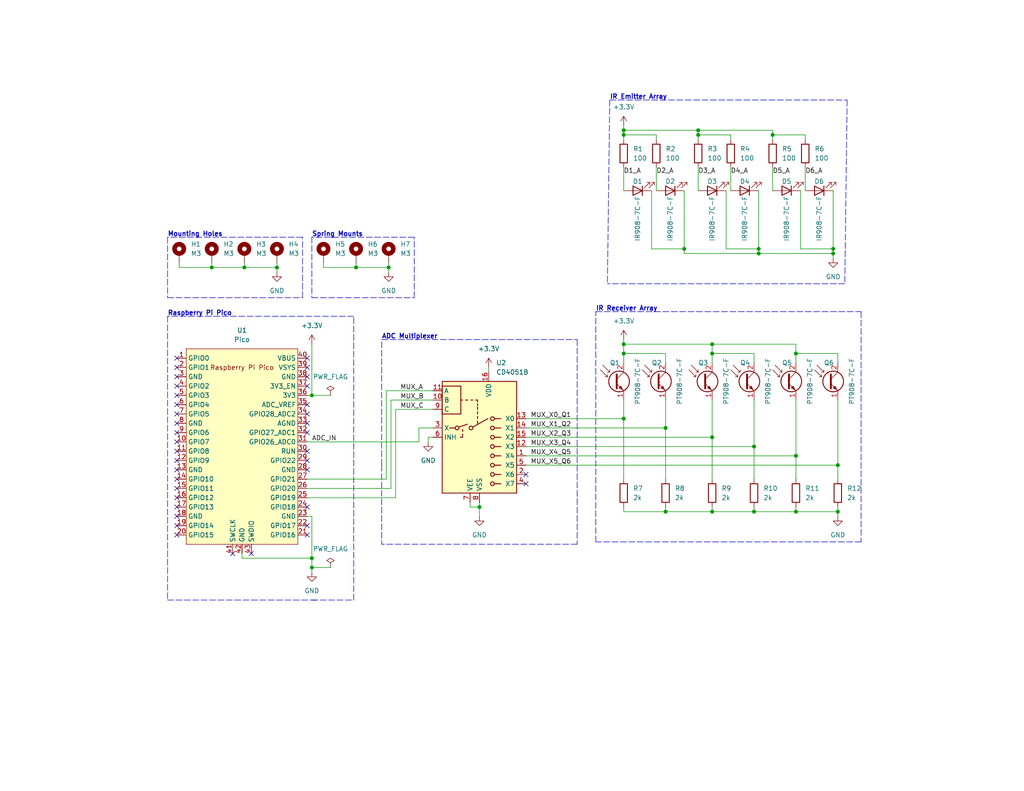
<source format=kicad_sch>
(kicad_sch (version 20211123) (generator eeschema)
  (paper "USLetter")
  (title_block (title "Sixnav Prototype Board") (date "2022-07-13") (rev "0.1") (company "Brian Lu"))
  (lib_symbols
    (symbol "Analog_Switch:CD4051B"
      (property "Reference" "U" (at -10.16 16.51 0))
      (property "Value" "CD4051B" (at 3.81 16.51 0))
      (symbol "CD4051B_0_1"
        (rectangle (start -10.16 6.35) (end -5.08 13.97) (stroke (width 0.254)))
        (rectangle (start -10.16 15.24) (end 10.16 -15.24) (stroke (width 0.254)) (fill (type background)))
        (circle (center -6.096 2.54) (radius 0.508) (stroke (width 0.254)))
        (circle (center -2.286 2.54) (radius 0.508) (stroke (width 0.254)))
        (polyline (pts (xy -8.128 2.54) (xy -6.604 2.54)) (stroke (width 0.254)))
        (polyline (pts (xy -5.588 2.794) (xy -3.302 3.556)) (stroke (width 0.254)))
        (polyline (pts (xy -4.572 0) (xy -5.207 0)) (stroke (width 0.254)))
        (polyline (pts (xy -4.572 0.254) (xy -4.572 0.889)) (stroke (width 0.254)))
        (polyline (pts (xy -4.572 1.524) (xy -4.572 2.159)) (stroke (width 0.254)))
        (polyline (pts (xy -4.572 10.16) (xy -5.08 10.16)) (stroke (width 0.254)))
        (polyline (pts (xy -3.81 10.16) (xy -3.175 10.16)) (stroke (width 0.254)))
        (polyline (pts (xy -1.778 2.794) (xy 2.286 5.08)) (stroke (width 0.254)))
        (polyline (pts (xy -1.778 10.16) (xy -2.286 10.16)) (stroke (width 0.254)))
        (polyline (pts (xy -0.508 3.81) (xy -0.508 4.445)) (stroke (width 0.254)))
        (polyline (pts (xy -0.508 5.08) (xy -0.508 5.715)) (stroke (width 0.254)))
        (polyline (pts (xy -0.508 6.35) (xy -0.508 6.985)) (stroke (width 0.254)))
        (polyline (pts (xy -0.508 7.62) (xy -0.508 8.255)) (stroke (width 0.254)))
        (polyline (pts (xy -0.508 8.636) (xy -0.508 9.144)) (stroke (width 0.254)))
        (polyline (pts (xy -0.508 9.652) (xy -0.508 10.16)) (stroke (width 0.254)))
        (polyline (pts (xy -0.508 10.16) (xy -1.016 10.16)) (stroke (width 0.254)))
        (polyline (pts (xy 4.064 -12.7) (xy 5.842 -12.7)) (stroke (width 0.254)))
        (polyline (pts (xy 4.064 -10.16) (xy 5.842 -10.16)) (stroke (width 0.254)))
        (polyline (pts (xy 4.064 -7.62) (xy 5.842 -7.62)) (stroke (width 0.254)))
        (polyline (pts (xy 4.064 -5.08) (xy 5.842 -5.08)) (stroke (width 0.254)))
        (polyline (pts (xy 4.064 -2.54) (xy 5.842 -2.54)) (stroke (width 0.254)))
        (polyline (pts (xy 4.064 0) (xy 5.842 0)) (stroke (width 0.254)))
        (polyline (pts (xy 4.064 2.54) (xy 5.842 2.54)) (stroke (width 0.254)))
        (polyline (pts (xy 4.064 5.08) (xy 5.842 5.08)) (stroke (width 0.254)))
        (circle (center 3.556 -12.7) (radius 0.508) (stroke (width 0.254)))
        (circle (center 3.556 -10.16) (radius 0.508) (stroke (width 0.254)))
        (circle (center 3.556 -7.62) (radius 0.508) (stroke (width 0.254)))
        (circle (center 3.556 -5.08) (radius 0.508) (stroke (width 0.254)))
        (circle (center 3.556 -2.54) (radius 0.508) (stroke (width 0.254)))
        (circle (center 3.556 0) (radius 0.508) (stroke (width 0.254)))
        (circle (center 3.556 2.54) (radius 0.508) (stroke (width 0.254)))
        (circle (center 3.556 5.08) (radius 0.508) (stroke (width 0.254)))
      )
      (symbol "CD4051B_1_1"
        (pin bidirectional line (at 12.7 -5.08 180) (length 2.54) (name "X4") (number "1"))
        (pin input line (at -12.7 10.16 0) (length 2.54) (name "B") (number "10"))
        (pin input line (at -12.7 12.7 0) (length 2.54) (name "A") (number "11"))
        (pin bidirectional line (at 12.7 -2.54 180) (length 2.54) (name "X3") (number "12"))
        (pin bidirectional line (at 12.7 5.08 180) (length 2.54) (name "X0") (number "13"))
        (pin bidirectional line (at 12.7 2.54 180) (length 2.54) (name "X1") (number "14"))
        (pin bidirectional line (at 12.7 0 180) (length 2.54) (name "X2") (number "15"))
        (pin power_in line (at 2.54 17.78 270) (length 2.54) (name "VDD") (number "16"))
        (pin bidirectional line (at 12.7 -10.16 180) (length 2.54) (name "X6") (number "2"))
        (pin bidirectional line (at -12.7 2.54 0) (length 2.54) (name "X") (number "3"))
        (pin bidirectional line (at 12.7 -12.7 180) (length 2.54) (name "X7") (number "4"))
        (pin bidirectional line (at 12.7 -7.62 180) (length 2.54) (name "X5") (number "5"))
        (pin input line (at -12.7 0 0) (length 2.54) (name "INH") (number "6"))
        (pin power_in line (at -2.54 -17.78 90) (length 2.54) (name "VEE") (number "7"))
        (pin power_in line (at 0 -17.78 90) (length 2.54) (name "VSS") (number "8"))
        (pin input line (at -12.7 7.62 0) (length 2.54) (name "C") (number "9"))
      )
    )
    (symbol "Device:LED" (pin_numbers hide) (pin_names (offset 1.016) hide)
      (property "Reference" "D" (at 0 2.54 0))
      (property "Value" "LED" (at 0 -2.54 0))
      (symbol "LED_0_1"
        (polyline (pts (xy -1.27 -1.27) (xy -1.27 1.27)) (stroke (width 0.254)))
        (polyline (pts (xy -1.27 0) (xy 1.27 0)))
        (polyline (pts (xy 1.27 -1.27) (xy 1.27 1.27) (xy -1.27 0) (xy 1.27 -1.27)) (stroke (width 0.254)))
        (polyline (pts (xy -3.048 -0.762) (xy -4.572 -2.286) (xy -3.81 -2.286) (xy -4.572 -2.286) (xy -4.572 -1.524)))
        (polyline (pts (xy -1.778 -0.762) (xy -3.302 -2.286) (xy -2.54 -2.286) (xy -3.302 -2.286) (xy -3.302 -1.524)))
      )
      (symbol "LED_1_1"
        (pin passive line (at -3.81 0 0) (length 2.54) (name "K") (number "1"))
        (pin passive line (at 3.81 0 180) (length 2.54) (name "A") (number "2"))
      )
    )
    (symbol "Device:Q_Photo_NPN_EC" (pin_names (offset 0) hide)
      (property "Reference" "Q" (at 5.08 1.27 0))
      (property "Value" "Q_Photo_NPN_EC" (at 5.08 -1.27 0))
      (symbol "Q_Photo_NPN_EC_0_1"
        (polyline (pts (xy -1.905 1.27) (xy -2.54 1.27)))
        (polyline (pts (xy -1.27 2.54) (xy -1.905 2.54)))
        (polyline (pts (xy 0.635 0.635) (xy 2.54 2.54)))
        (polyline (pts (xy -3.81 3.175) (xy -1.905 1.27) (xy -1.905 1.905)))
        (polyline (pts (xy -3.175 4.445) (xy -1.27 2.54) (xy -1.27 3.175)))
        (polyline (pts (xy 0.635 -0.635) (xy 2.54 -2.54) (xy 2.54 -2.54)))
        (polyline (pts (xy 0.635 1.905) (xy 0.635 -1.905) (xy 0.635 -1.905)) (stroke (width 0.508)))
        (polyline (pts (xy 1.27 -1.778) (xy 1.778 -1.27) (xy 2.286 -2.286) (xy 1.27 -1.778) (xy 1.27 -1.778)) (fill (type outline)))
        (circle (center 1.27 0) (radius 2.8194) (stroke (width 0.254)))
      )
      (symbol "Q_Photo_NPN_EC_1_1"
        (pin passive line (at 2.54 -5.08 90) (length 2.54) (name "E") (number "1"))
        (pin passive line (at 2.54 5.08 270) (length 2.54) (name "C") (number "2"))
      )
    )
    (symbol "Device:R" (pin_numbers hide) (pin_names (offset 0))
      (property "Reference" "R" (at 2.032 0 90))
      (property "Value" "R" (at 0 0 90))
      (symbol "R_0_1"
        (rectangle (start -1.016 -2.54) (end 1.016 2.54) (stroke (width 0.254)))
      )
      (symbol "R_1_1"
        (pin passive line (at 0 3.81 270) (length 1.27) (name "~") (number "1"))
        (pin passive line (at 0 -3.81 90) (length 1.27) (name "~") (number "2"))
      )
    )
    (symbol "MCU_RaspberryPi_and_Boards:Pico"
      (property "Reference" "U" (at -13.97 27.94 0))
      (property "Value" "Pico" (at 0 19.05 0))
      (symbol "Pico_0_0"
        (text "Raspberry Pi Pico" (at 0 21.59 0) (effects (font (size 1.27 1.27))))
      )
      (symbol "Pico_0_1"
        (rectangle (start -15.24 26.67) (end 15.24 -26.67) (fill (type background)))
      )
      (symbol "Pico_1_1"
        (pin bidirectional line (at -17.78 24.13 0) (length 2.54) (name "GPIO0") (number "1"))
        (pin bidirectional line (at -17.78 1.27 0) (length 2.54) (name "GPIO7") (number "10"))
        (pin bidirectional line (at -17.78 -1.27 0) (length 2.54) (name "GPIO8") (number "11"))
        (pin bidirectional line (at -17.78 -3.81 0) (length 2.54) (name "GPIO9") (number "12"))
        (pin power_in line (at -17.78 -6.35 0) (length 2.54) (name "GND") (number "13"))
        (pin bidirectional line (at -17.78 -8.89 0) (length 2.54) (name "GPIO10") (number "14"))
        (pin bidirectional line (at -17.78 -11.43 0) (length 2.54) (name "GPIO11") (number "15"))
        (pin bidirectional line (at -17.78 -13.97 0) (length 2.54) (name "GPIO12") (number "16"))
        (pin bidirectional line (at -17.78 -16.51 0) (length 2.54) (name "GPIO13") (number "17"))
        (pin power_in line (at -17.78 -19.05 0) (length 2.54) (name "GND") (number "18"))
        (pin bidirectional line (at -17.78 -21.59 0) (length 2.54) (name "GPIO14") (number "19"))
        (pin bidirectional line (at -17.78 21.59 0) (length 2.54) (name "GPIO1") (number "2"))
        (pin bidirectional line (at -17.78 -24.13 0) (length 2.54) (name "GPIO15") (number "20"))
        (pin bidirectional line (at 17.78 -24.13 180) (length 2.54) (name "GPIO16") (number "21"))
        (pin bidirectional line (at 17.78 -21.59 180) (length 2.54) (name "GPIO17") (number "22"))
        (pin power_in line (at 17.78 -19.05 180) (length 2.54) (name "GND") (number "23"))
        (pin bidirectional line (at 17.78 -16.51 180) (length 2.54) (name "GPIO18") (number "24"))
        (pin bidirectional line (at 17.78 -13.97 180) (length 2.54) (name "GPIO19") (number "25"))
        (pin bidirectional line (at 17.78 -11.43 180) (length 2.54) (name "GPIO20") (number "26"))
        (pin bidirectional line (at 17.78 -8.89 180) (length 2.54) (name "GPIO21") (number "27"))
        (pin power_in line (at 17.78 -6.35 180) (length 2.54) (name "GND") (number "28"))
        (pin bidirectional line (at 17.78 -3.81 180) (length 2.54) (name "GPIO22") (number "29"))
        (pin power_in line (at -17.78 19.05 0) (length 2.54) (name "GND") (number "3"))
        (pin input line (at 17.78 -1.27 180) (length 2.54) (name "RUN") (number "30"))
        (pin bidirectional line (at 17.78 1.27 180) (length 2.54) (name "GPIO26_ADC0") (number "31"))
        (pin bidirectional line (at 17.78 3.81 180) (length 2.54) (name "GPIO27_ADC1") (number "32"))
        (pin power_in line (at 17.78 6.35 180) (length 2.54) (name "AGND") (number "33"))
        (pin bidirectional line (at 17.78 8.89 180) (length 2.54) (name "GPIO28_ADC2") (number "34"))
        (pin power_in line (at 17.78 11.43 180) (length 2.54) (name "ADC_VREF") (number "35"))
        (pin power_in line (at 17.78 13.97 180) (length 2.54) (name "3V3") (number "36"))
        (pin input line (at 17.78 16.51 180) (length 2.54) (name "3V3_EN") (number "37"))
        (pin bidirectional line (at 17.78 19.05 180) (length 2.54) (name "GND") (number "38"))
        (pin power_in line (at 17.78 21.59 180) (length 2.54) (name "VSYS") (number "39"))
        (pin bidirectional line (at -17.78 16.51 0) (length 2.54) (name "GPIO2") (number "4"))
        (pin power_in line (at 17.78 24.13 180) (length 2.54) (name "VBUS") (number "40"))
        (pin input line (at -2.54 -29.21 90) (length 2.54) (name "SWCLK") (number "41"))
        (pin power_in line (at 0 -29.21 90) (length 2.54) (name "GND") (number "42"))
        (pin bidirectional line (at 2.54 -29.21 90) (length 2.54) (name "SWDIO") (number "43"))
        (pin bidirectional line (at -17.78 13.97 0) (length 2.54) (name "GPIO3") (number "5"))
        (pin bidirectional line (at -17.78 11.43 0) (length 2.54) (name "GPIO4") (number "6"))
        (pin bidirectional line (at -17.78 8.89 0) (length 2.54) (name "GPIO5") (number "7"))
        (pin power_in line (at -17.78 6.35 0) (length 2.54) (name "GND") (number "8"))
        (pin bidirectional line (at -17.78 3.81 0) (length 2.54) (name "GPIO6") (number "9"))
      )
    )
    (symbol "Mechanical:MountingHole_Pad" (pin_numbers hide) (pin_names (offset 1.016) hide)
      (property "Reference" "H" (at 0 6.35 0))
      (property "Value" "MountingHole_Pad" (at 0 4.445 0))
      (symbol "MountingHole_Pad_0_1"
        (circle (center 0 1.27) (radius 1.27) (stroke (width 1.27)))
      )
      (symbol "MountingHole_Pad_1_1"
        (pin input line (at 0 -2.54 90) (length 2.54) (name "1") (number "1"))
      )
    )
    (symbol "power:+3.3V" (power) (pin_names (offset 0))
      (property "Value" "+3.3V" (at 0 3.556 0))
      (symbol "+3.3V_0_1"
        (polyline (pts (xy -0.762 1.27) (xy 0 2.54)))
        (polyline (pts (xy 0 0) (xy 0 2.54)))
        (polyline (pts (xy 0 2.54) (xy 0.762 1.27)))
      )
      (symbol "+3.3V_1_1"
        (pin power_in line (at 0 0 90) (length 0) hide (name "+3.3V") (number "1"))
      )
    )
    (symbol "power:GND" (power) (pin_names (offset 0))
      (property "Value" "GND" (at 0 -3.81 0))
      (symbol "GND_0_1"
        (polyline (pts (xy 0 0) (xy 0 -1.27) (xy 1.27 -1.27) (xy 0 -2.54) (xy -1.27 -1.27) (xy 0 -1.27)))
      )
      (symbol "GND_1_1"
        (pin power_in line (at 0 0 270) (length 0) hide (name "GND") (number "1"))
      )
    )
    (symbol "power:PWR_FLAG" (power) (pin_numbers hide) (pin_names (offset 0) hide)
      (property "Value" "PWR_FLAG" (at 0 3.81 0))
      (symbol "PWR_FLAG_0_0"
        (pin power_out line (at 0 0 90) (length 0) (name "pwr") (number "1"))
      )
      (symbol "PWR_FLAG_0_1"
        (polyline (pts (xy 0 0) (xy 0 1.27) (xy -1.016 1.905) (xy 0 2.54) (xy 1.016 1.905) (xy 0 1.27)))
      )
    )
  )
  (junction (at 227.33 67.945))
  (junction (at 207.01 69.215))
  (junction (at 194.31 139.7))
  (junction (at 186.69 67.945))
  (junction (at 130.81 138.43))
  (junction (at 170.18 36.83))
  (junction (at 66.675 73.025))
  (junction (at 57.785 73.025))
  (junction (at 194.31 119.38))
  (junction (at 181.61 116.84))
  (junction (at 194.31 96.52))
  (junction (at 170.18 96.52))
  (junction (at 170.18 35.56))
  (junction (at 190.5 35.56))
  (junction (at 205.74 121.92))
  (junction (at 210.82 36.83))
  (junction (at 217.17 139.7))
  (junction (at 181.61 139.7))
  (junction (at 205.74 139.7))
  (junction (at 228.6 127))
  (junction (at 85.09 107.95))
  (junction (at 217.17 124.46))
  (junction (at 85.09 152.4))
  (junction (at 170.18 93.98))
  (junction (at 194.31 93.98))
  (junction (at 207.01 67.945))
  (junction (at 106.045 73.025))
  (junction (at 170.18 114.3))
  (junction (at 227.33 69.215))
  (junction (at 85.09 154.94))
  (junction (at 190.5 36.83))
  (junction (at 75.565 73.025))
  (junction (at 97.155 73.025))
  (junction (at 228.6 139.7))
  (junction (at 217.17 96.52))
  (no_connect (at 83.82 100.33))
  (no_connect (at 48.26 97.79))
  (no_connect (at 48.26 115.57))
  (no_connect (at 83.82 102.87))
  (no_connect (at 48.26 105.41))
  (no_connect (at 83.82 146.05))
  (no_connect (at 83.82 115.57))
  (no_connect (at 83.82 123.19))
  (no_connect (at 48.26 102.87))
  (no_connect (at 83.82 143.51))
  (no_connect (at 48.26 138.43))
  (no_connect (at 83.82 97.79))
  (no_connect (at 68.58 151.13))
  (no_connect (at 83.82 138.43))
  (no_connect (at 48.26 140.97))
  (no_connect (at 48.26 143.51))
  (no_connect (at 83.82 105.41))
  (no_connect (at 48.26 130.81))
  (no_connect (at 48.26 133.35))
  (no_connect (at 143.51 129.54))
  (no_connect (at 83.82 128.27))
  (no_connect (at 48.26 128.27))
  (no_connect (at 48.26 110.49))
  (no_connect (at 63.5 151.13))
  (no_connect (at 48.26 123.19))
  (no_connect (at 48.26 118.11))
  (no_connect (at 143.51 132.08))
  (no_connect (at 83.82 113.03))
  (no_connect (at 48.26 135.89))
  (no_connect (at 83.82 125.73))
  (no_connect (at 48.26 113.03))
  (no_connect (at 48.26 146.05))
  (no_connect (at 48.26 120.65))
  (no_connect (at 48.26 100.33))
  (no_connect (at 83.82 118.11))
  (no_connect (at 48.26 107.95))
  (no_connect (at 48.26 125.73))
  (no_connect (at 83.82 110.49))
  (wire (pts (xy 170.18 36.83) (xy 170.18 38.1)))
  (wire (pts (xy 114.3 120.65) (xy 83.82 120.65)))
  (wire (pts (xy 85.09 154.94) (xy 85.09 156.21)))
  (wire (pts (xy 130.81 138.43) (xy 130.81 140.97)))
  (polyline (pts (xy 45.72 81.28) (xy 82.55 81.28)))
  (wire (pts (xy 228.6 96.52) (xy 228.6 99.06)))
  (wire (pts (xy 199.39 36.83) (xy 199.39 38.1)))
  (wire (pts (xy 130.81 137.16) (xy 130.81 138.43)))
  (wire (pts (xy 210.82 36.83) (xy 219.71 36.83)))
  (wire (pts (xy 219.71 36.83) (xy 219.71 38.1)))
  (wire (pts (xy 227.33 52.07) (xy 227.33 67.945)))
  (wire (pts (xy 205.74 109.22) (xy 205.74 121.92)))
  (polyline (pts (xy 231.14 27.305) (xy 230.505 77.47)))
  (wire (pts (xy 198.12 52.07) (xy 198.12 67.945)))
  (wire (pts (xy 210.82 35.56) (xy 210.82 36.83)))
  (wire (pts (xy 217.17 96.52) (xy 217.17 93.98)))
  (wire (pts (xy 107.95 135.89) (xy 107.95 111.76)))
  (wire (pts (xy 207.01 69.215) (xy 227.33 69.215)))
  (wire (pts (xy 217.17 109.22) (xy 217.17 124.46)))
  (wire (pts (xy 179.07 36.83) (xy 179.07 38.1)))
  (wire (pts (xy 186.69 52.07) (xy 186.69 67.945)))
  (wire (pts (xy 88.265 71.755) (xy 88.265 73.025)))
  (polyline (pts (xy 234.95 85.09) (xy 234.95 147.955)))
  (wire (pts (xy 205.74 121.92) (xy 205.74 130.81)))
  (wire (pts (xy 170.18 96.52) (xy 170.18 99.06)))
  (wire (pts (xy 217.17 138.43) (xy 217.17 139.7)))
  (wire (pts (xy 106.68 109.22) (xy 118.11 109.22)))
  (wire (pts (xy 186.69 69.215) (xy 207.01 69.215)))
  (wire (pts (xy 205.74 96.52) (xy 205.74 99.06)))
  (wire (pts (xy 217.17 139.7) (xy 228.6 139.7)))
  (wire (pts (xy 194.31 96.52) (xy 194.31 99.06)))
  (wire (pts (xy 85.09 107.95) (xy 85.09 93.98)))
  (polyline (pts (xy 45.72 64.77) (xy 45.72 81.28)))
  (wire (pts (xy 227.33 69.215) (xy 227.33 70.485)))
  (wire (pts (xy 199.39 45.72) (xy 199.39 52.07)))
  (wire (pts (xy 75.565 73.025) (xy 75.565 74.295)))
  (wire (pts (xy 194.31 93.98) (xy 170.18 93.98)))
  (wire (pts (xy 128.27 137.16) (xy 128.27 138.43)))
  (wire (pts (xy 181.61 109.22) (xy 181.61 116.84)))
  (wire (pts (xy 85.09 140.97) (xy 85.09 152.4)))
  (wire (pts (xy 143.51 127) (xy 228.6 127)))
  (polyline (pts (xy 96.52 86.36) (xy 45.72 86.36)))
  (wire (pts (xy 143.51 121.92) (xy 205.74 121.92)))
  (wire (pts (xy 207.01 52.07) (xy 207.01 67.945)))
  (wire (pts (xy 66.04 152.4) (xy 85.09 152.4)))
  (wire (pts (xy 181.61 139.7) (xy 194.31 139.7)))
  (wire (pts (xy 143.51 116.84) (xy 181.61 116.84)))
  (wire (pts (xy 143.51 114.3) (xy 170.18 114.3)))
  (wire (pts (xy 217.17 93.98) (xy 194.31 93.98)))
  (wire (pts (xy 170.18 35.56) (xy 170.18 36.83)))
  (wire (pts (xy 118.11 116.84) (xy 114.3 116.84)))
  (wire (pts (xy 83.82 133.35) (xy 106.68 133.35)))
  (wire (pts (xy 181.61 96.52) (xy 181.61 99.06)))
  (wire (pts (xy 170.18 36.83) (xy 179.07 36.83)))
  (wire (pts (xy 186.69 67.945) (xy 186.69 69.215)))
  (wire (pts (xy 143.51 119.38) (xy 194.31 119.38)))
  (wire (pts (xy 181.61 116.84) (xy 181.61 130.81)))
  (polyline (pts (xy 82.55 64.77) (xy 45.72 64.77)))
  (wire (pts (xy 83.82 130.81) (xy 105.41 130.81)))
  (polyline (pts (xy 104.14 127) (xy 104.14 92.71)))
  (wire (pts (xy 114.3 116.84) (xy 114.3 120.65)))
  (wire (pts (xy 66.675 73.025) (xy 75.565 73.025)))
  (wire (pts (xy 194.31 138.43) (xy 194.31 139.7)))
  (polyline (pts (xy 166.37 27.305) (xy 165.735 77.47)))
  (polyline (pts (xy 85.09 81.28) (xy 113.03 81.28)))
  (wire (pts (xy 194.31 93.98) (xy 194.31 96.52)))
  (wire (pts (xy 194.31 119.38) (xy 194.31 130.81)))
  (wire (pts (xy 75.565 71.755) (xy 75.565 73.025)))
  (wire (pts (xy 228.6 139.7) (xy 228.6 140.97)))
  (wire (pts (xy 106.045 71.755) (xy 106.045 73.025)))
  (wire (pts (xy 48.895 73.025) (xy 57.785 73.025)))
  (wire (pts (xy 181.61 138.43) (xy 181.61 139.7)))
  (wire (pts (xy 143.51 124.46) (xy 217.17 124.46)))
  (wire (pts (xy 170.18 34.29) (xy 170.18 35.56)))
  (wire (pts (xy 190.5 35.56) (xy 210.82 35.56)))
  (wire (pts (xy 190.5 36.83) (xy 190.5 38.1)))
  (polyline (pts (xy 230.505 77.47) (xy 165.735 77.47)))
  (wire (pts (xy 228.6 109.22) (xy 228.6 127)))
  (wire (pts (xy 66.675 71.755) (xy 66.675 73.025)))
  (wire (pts (xy 170.18 93.98) (xy 170.18 96.52)))
  (wire (pts (xy 170.18 35.56) (xy 190.5 35.56)))
  (wire (pts (xy 48.895 71.755) (xy 48.895 73.025)))
  (polyline (pts (xy 234.95 147.955) (xy 162.56 147.955)))
  (polyline (pts (xy 162.56 147.955) (xy 162.56 85.09)))
  (wire (pts (xy 218.44 52.07) (xy 218.44 67.945)))
  (wire (pts (xy 217.17 99.06) (xy 217.17 96.52)))
  (wire (pts (xy 219.71 45.72) (xy 219.71 52.07)))
  (polyline (pts (xy 113.03 81.28) (xy 113.03 64.77)))
  (wire (pts (xy 83.82 140.97) (xy 85.09 140.97)))
  (polyline (pts (xy 96.52 163.83) (xy 96.52 86.36)))
  (polyline (pts (xy 85.09 163.83) (xy 96.52 163.83)))
  (wire (pts (xy 190.5 45.72) (xy 190.5 52.07)))
  (wire (pts (xy 85.09 154.94) (xy 90.17 154.94)))
  (wire (pts (xy 97.155 71.755) (xy 97.155 73.025)))
  (wire (pts (xy 170.18 45.72) (xy 170.18 52.07)))
  (wire (pts (xy 170.18 114.3) (xy 170.18 130.81)))
  (polyline (pts (xy 157.48 148.59) (xy 104.14 148.59)))
  (wire (pts (xy 227.33 67.945) (xy 227.33 69.215)))
  (polyline (pts (xy 162.56 85.09) (xy 234.95 85.09)))
  (wire (pts (xy 105.41 130.81) (xy 105.41 106.68)))
  (wire (pts (xy 105.41 106.68) (xy 118.11 106.68)))
  (wire (pts (xy 107.95 111.76) (xy 118.11 111.76)))
  (wire (pts (xy 170.18 138.43) (xy 170.18 139.7)))
  (wire (pts (xy 133.35 100.33) (xy 133.35 101.6)))
  (polyline (pts (xy 157.48 92.71) (xy 157.48 148.59)))
  (wire (pts (xy 207.01 67.945) (xy 207.01 69.215)))
  (wire (pts (xy 177.8 67.945) (xy 186.69 67.945)))
  (wire (pts (xy 228.6 127) (xy 228.6 130.81)))
  (wire (pts (xy 210.82 36.83) (xy 210.82 38.1)))
  (wire (pts (xy 205.74 138.43) (xy 205.74 139.7)))
  (wire (pts (xy 128.27 138.43) (xy 130.81 138.43)))
  (wire (pts (xy 177.8 52.07) (xy 177.8 67.945)))
  (wire (pts (xy 170.18 109.22) (xy 170.18 114.3)))
  (polyline (pts (xy 104.14 127) (xy 104.14 148.59)))
  (wire (pts (xy 198.12 67.945) (xy 207.01 67.945)))
  (wire (pts (xy 57.785 71.755) (xy 57.785 73.025)))
  (wire (pts (xy 170.18 139.7) (xy 181.61 139.7)))
  (wire (pts (xy 83.82 135.89) (xy 107.95 135.89)))
  (wire (pts (xy 194.31 139.7) (xy 205.74 139.7)))
  (wire (pts (xy 190.5 36.83) (xy 199.39 36.83)))
  (wire (pts (xy 190.5 35.56) (xy 190.5 36.83)))
  (wire (pts (xy 85.09 107.95) (xy 90.17 107.95)))
  (wire (pts (xy 106.045 73.025) (xy 106.045 74.295)))
  (wire (pts (xy 57.785 73.025) (xy 66.675 73.025)))
  (wire (pts (xy 85.09 152.4) (xy 85.09 154.94)))
  (wire (pts (xy 97.155 73.025) (xy 106.045 73.025)))
  (wire (pts (xy 66.04 151.13) (xy 66.04 152.4)))
  (polyline (pts (xy 45.72 163.83) (xy 86.36 163.83)))
  (wire (pts (xy 170.18 93.98) (xy 170.18 92.71)))
  (wire (pts (xy 217.17 124.46) (xy 217.17 130.81)))
  (wire (pts (xy 106.68 133.35) (xy 106.68 109.22)))
  (polyline (pts (xy 45.72 86.36) (xy 45.72 163.83)))
  (wire (pts (xy 218.44 67.945) (xy 227.33 67.945)))
  (polyline (pts (xy 104.14 92.71) (xy 157.48 92.71)))
  (polyline (pts (xy 113.03 64.77) (xy 85.09 64.77)))
  (wire (pts (xy 217.17 96.52) (xy 228.6 96.52)))
  (wire (pts (xy 228.6 138.43) (xy 228.6 139.7)))
  (wire (pts (xy 210.82 45.72) (xy 210.82 52.07)))
  (wire (pts (xy 179.07 45.72) (xy 179.07 52.07)))
  (wire (pts (xy 194.31 96.52) (xy 205.74 96.52)))
  (polyline (pts (xy 85.09 64.77) (xy 85.09 81.28)))
  (wire (pts (xy 118.11 119.38) (xy 116.84 119.38)))
  (wire (pts (xy 194.31 109.22) (xy 194.31 119.38)))
  (wire (pts (xy 88.265 73.025) (xy 97.155 73.025)))
  (wire (pts (xy 116.84 119.38) (xy 116.84 120.65)))
  (polyline (pts (xy 82.55 81.28) (xy 82.55 64.77)))
  (polyline (pts (xy 166.37 27.305) (xy 231.14 27.305)))
  (wire (pts (xy 170.18 96.52) (xy 181.61 96.52)))
  (wire (pts (xy 83.82 107.95) (xy 85.09 107.95)))
  (wire (pts (xy 205.74 139.7) (xy 217.17 139.7)))
  (text "Mounting Holes" (at 45.72 64.77 0) (effects (font (size 1.27 1.27) (thickness 0.254) bold) (justify left bottom)))
  (text "ADC Multiplexer" (at 104.14 92.71 0) (effects (font (size 1.27 1.27) (thickness 0.254) bold) (justify left bottom)))
  (text "IR Emitter Array" (at 166.37 27.305 0) (effects (font (size 1.27 1.27) (thickness 0.254) bold) (justify left bottom)))
  (text "Raspberry Pi Pico" (at 45.72 86.36 0) (effects (font (size 1.27 1.27) (thickness 0.254) bold) (justify left bottom)))
  (text "Spring Mounts" (at 85.09 64.77 0) (effects (font (size 1.27 1.27) (thickness 0.254) bold) (justify left bottom)))
  (text "IR Receiver Array" (at 162.56 85.09 0) (effects (font (size 1.27 1.27) (thickness 0.254) bold) (justify left bottom)))
  (label "D3_A" (at 190.5 47.625 0))
  (label "MUX_A" (at 109.22 106.68 0))
  (label "D2_A" (at 179.07 47.625 0))
  (label "D5_A" (at 210.82 47.625 0))
  (label "ADC_IN" (at 85.09 120.65 0))
  (label "MUX_X3_Q4" (at 144.78 121.92 0))
  (label "MUX_X0_Q1" (at 144.78 114.3 0))
  (label "MUX_X1_Q2" (at 144.78 116.84 0))
  (label "MUX_X2_Q3" (at 144.78 119.38 0))
  (label "MUX_X4_Q5" (at 144.78 124.46 0))
  (label "MUX_B" (at 109.22 109.22 0))
  (label "D6_A" (at 219.71 47.625 0))
  (label "MUX_C" (at 109.22 111.76 0))
  (label "D4_A" (at 199.39 47.625 0))
  (label "D1_A" (at 170.18 47.625 0))
  (label "MUX_X5_Q6" (at 144.78 127 0))
  (symbol (lib_id "power:GND") (at 130.81 140.97 0) (unit 1)
    (property "Reference" "#PWR04" (effects hide))
    (property "Value" "GND" (at 130.81 146.05 0))
  )
  (symbol (lib_id "Device:Q_Photo_NPN_EC") (at 203.2 104.14 0) (unit 1)
    (property "Reference" "Q4" (at 201.93 99.06 0) (effects (justify left)))
    (property "Value" "PT908-7C-F" (at 209.55 110.49 90) (effects (justify left)))
    (property "Footprint" "SamacSys_Parts:IR9087CF" (effects hide))
  )
  (symbol (lib_id "Device:LED") (at 173.99 52.07 180) (unit 1)
    (property "Reference" "D1" (at 173.99 49.53 0))
    (property "Value" "IR908-7C-F" (at 173.99 59.69 90))
    (property "Footprint" "SamacSys_Parts:IR9087CF" (effects hide))
  )
  (symbol (lib_id "Device:R") (at 179.07 41.91 0) (unit 1)
    (property "Reference" "R2" (at 181.61 40.6399 0) (effects (justify left)))
    (property "Value" "100" (at 181.61 43.1799 0) (effects (justify left)))
    (property "Footprint" "Resistor_THT:R_Axial_DIN0204_L3.6mm_D1.6mm_P5.08mm_Horizontal" (effects hide))
  )
  (symbol (lib_id "Device:LED") (at 223.52 52.07 180) (unit 1)
    (property "Reference" "D6" (at 223.52 49.53 0))
    (property "Value" "IR908-7C-F" (at 223.52 59.69 90))
    (property "Footprint" "SamacSys_Parts:IR9087CF" (effects hide))
  )
  (symbol (lib_id "Device:R") (at 190.5 41.91 0) (unit 1)
    (property "Reference" "R3" (at 193.04 40.6399 0) (effects (justify left)))
    (property "Value" "100" (at 193.04 43.1799 0) (effects (justify left)))
    (property "Footprint" "Resistor_THT:R_Axial_DIN0204_L3.6mm_D1.6mm_P5.08mm_Horizontal" (effects hide))
  )
  (symbol (lib_id "Mechanical:MountingHole_Pad") (at 97.155 69.215 0) (unit 1)
    (property "Reference" "H6" (at 100.33 66.6749 0) (effects (justify left)))
    (property "Value" "M3" (at 100.33 69.215 0) (effects (justify left)))
    (property "Footprint" "MountingHole:MountingHole_3.2mm_M3_DIN965_Pad" (effects hide))
  )
  (symbol (lib_id "Device:LED") (at 194.31 52.07 180) (unit 1)
    (property "Reference" "D3" (at 194.31 49.53 0))
    (property "Value" "IR908-7C-F" (at 194.31 59.69 90))
    (property "Footprint" "SamacSys_Parts:IR9087CF" (effects hide))
  )
  (symbol (lib_id "Device:Q_Photo_NPN_EC") (at 226.06 104.14 0) (unit 1)
    (property "Reference" "Q6" (at 224.79 99.06 0) (effects (justify left)))
    (property "Value" "PT908-7C-F" (at 232.41 110.49 90) (effects (justify left)))
    (property "Footprint" "SamacSys_Parts:IR9087CF" (effects hide))
  )
  (symbol (lib_id "Device:R") (at 199.39 41.91 0) (unit 1)
    (property "Reference" "R4" (at 201.93 40.6399 0) (effects (justify left)))
    (property "Value" "100" (at 201.93 43.1799 0) (effects (justify left)))
    (property "Footprint" "Resistor_THT:R_Axial_DIN0204_L3.6mm_D1.6mm_P5.08mm_Horizontal" (effects hide))
  )
  (symbol (lib_id "Mechanical:MountingHole_Pad") (at 48.895 69.215 0) (unit 1)
    (property "Reference" "H1" (at 52.07 66.6749 0) (effects (justify left)))
    (property "Value" "M3" (at 52.07 69.215 0) (effects (justify left)))
    (property "Footprint" "MountingHole:MountingHole_3.2mm_M3_DIN965_Pad" (effects hide))
  )
  (symbol (lib_id "Analog_Switch:CD4051B") (at 130.81 119.38 0) (unit 1)
    (property "Reference" "U2" (at 135.3694 99.06 0) (effects (justify left)))
    (property "Value" "CD4051B" (at 135.3694 101.6 0) (effects (justify left)))
    (property "Footprint" "Package_DIP:DIP-16_W7.62mm" (effects hide))
    (property "Datasheet" "http://www.ti.com/lit/ds/symlink/cd4052b.pdf" (effects hide))
  )
  (symbol (lib_id "power:GND") (at 85.09 156.21 0) (unit 1)
    (property "Reference" "#PWR02" (effects hide))
    (property "Value" "GND" (at 85.09 161.29 0))
  )
  (symbol (lib_id "Mechanical:MountingHole_Pad") (at 66.675 69.215 0) (unit 1)
    (property "Reference" "H3" (at 69.85 66.6749 0) (effects (justify left)))
    (property "Value" "M3" (at 69.85 69.215 0) (effects (justify left)))
    (property "Footprint" "MountingHole:MountingHole_3.2mm_M3_DIN965_Pad" (effects hide))
  )
  (symbol (lib_id "power:+3.3V") (at 170.18 92.71 0) (unit 1)
    (property "Reference" "#PWR07" (effects hide))
    (property "Value" "+3.3V" (at 170.18 87.63 0))
  )
  (symbol (lib_id "Device:R") (at 181.61 134.62 0) (unit 1)
    (property "Reference" "R8" (at 184.15 133.3499 0) (effects (justify left)))
    (property "Value" "2k" (at 184.15 135.8899 0) (effects (justify left)))
    (property "Footprint" "Resistor_THT:R_Axial_DIN0204_L3.6mm_D1.6mm_P5.08mm_Horizontal" (effects hide))
  )
  (symbol (lib_id "power:GND") (at 106.045 74.295 0) (unit 1)
    (property "Reference" "#PWR0102" (effects hide))
    (property "Value" "GND" (at 106.045 79.375 0))
  )
  (symbol (lib_id "Mechanical:MountingHole_Pad") (at 88.265 69.215 0) (unit 1)
    (property "Reference" "H5" (at 91.44 66.6749 0) (effects (justify left)))
    (property "Value" "M3" (at 91.44 69.215 0) (effects (justify left)))
    (property "Footprint" "MountingHole:MountingHole_3.2mm_M3_DIN965_Pad" (effects hide))
  )
  (symbol (lib_id "Device:R") (at 228.6 134.62 0) (unit 1)
    (property "Reference" "R12" (at 231.14 133.3499 0) (effects (justify left)))
    (property "Value" "2k" (at 231.14 135.8899 0) (effects (justify left)))
    (property "Footprint" "Resistor_THT:R_Axial_DIN0204_L3.6mm_D1.6mm_P5.08mm_Horizontal" (effects hide))
  )
  (symbol (lib_id "Mechanical:MountingHole_Pad") (at 75.565 69.215 0) (unit 1)
    (property "Reference" "H4" (at 78.74 66.6749 0) (effects (justify left)))
    (property "Value" "M3" (at 78.74 69.215 0) (effects (justify left)))
    (property "Footprint" "MountingHole:MountingHole_3.2mm_M3_DIN965_Pad" (effects hide))
  )
  (symbol (lib_id "Device:R") (at 170.18 134.62 0) (unit 1)
    (property "Reference" "R7" (at 172.72 133.3499 0) (effects (justify left)))
    (property "Value" "2k" (at 172.72 135.8899 0) (effects (justify left)))
    (property "Footprint" "Resistor_THT:R_Axial_DIN0204_L3.6mm_D1.6mm_P5.08mm_Horizontal" (effects hide))
  )
  (symbol (lib_id "MCU_RaspberryPi_and_Boards:Pico") (at 66.04 121.92 0) (unit 1)
    (property "Reference" "U1" (at 66.04 90.17 0))
    (property "Value" "Pico" (at 66.04 92.71 0))
    (property "Footprint" "MCU_RaspberryPi_and_Boards:RPi_Pico_SMD_TH" (effects hide))
  )
  (symbol (lib_id "Device:Q_Photo_NPN_EC") (at 214.63 104.14 0) (unit 1)
    (property "Reference" "Q5" (at 213.36 99.06 0) (effects (justify left)))
    (property "Value" "PT908-7C-F" (at 220.98 110.49 90) (effects (justify left)))
    (property "Footprint" "SamacSys_Parts:IR9087CF" (effects hide))
  )
  (symbol (lib_id "Device:R") (at 219.71 41.91 0) (unit 1)
    (property "Reference" "R6" (at 222.25 40.6399 0) (effects (justify left)))
    (property "Value" "100" (at 222.25 43.1799 0) (effects (justify left)))
    (property "Footprint" "Resistor_THT:R_Axial_DIN0204_L3.6mm_D1.6mm_P5.08mm_Horizontal" (effects hide))
  )
  (symbol (lib_id "power:+3.3V") (at 133.35 100.33 0) (unit 1)
    (property "Reference" "#PWR05" (effects hide))
    (property "Value" "+3.3V" (at 133.35 95.25 0))
  )
  (symbol (lib_id "Device:R") (at 170.18 41.91 0) (unit 1)
    (property "Reference" "R1" (at 172.72 40.6399 0) (effects (justify left)))
    (property "Value" "100" (at 172.72 43.1799 0) (effects (justify left)))
    (property "Footprint" "Resistor_THT:R_Axial_DIN0204_L3.6mm_D1.6mm_P5.08mm_Horizontal" (effects hide))
  )
  (symbol (lib_id "Device:R") (at 217.17 134.62 0) (unit 1)
    (property "Reference" "R11" (at 219.71 133.3499 0) (effects (justify left)))
    (property "Value" "2k" (at 219.71 135.8899 0) (effects (justify left)))
    (property "Footprint" "Resistor_THT:R_Axial_DIN0204_L3.6mm_D1.6mm_P5.08mm_Horizontal" (effects hide))
  )
  (symbol (lib_id "Device:R") (at 194.31 134.62 0) (unit 1)
    (property "Reference" "R9" (at 196.85 133.3499 0) (effects (justify left)))
    (property "Value" "2k" (at 196.85 135.8899 0) (effects (justify left)))
    (property "Footprint" "Resistor_THT:R_Axial_DIN0204_L3.6mm_D1.6mm_P5.08mm_Horizontal" (effects hide))
  )
  (symbol (lib_id "Device:LED") (at 182.88 52.07 180) (unit 1)
    (property "Reference" "D2" (at 182.88 49.53 0))
    (property "Value" "IR908-7C-F" (at 182.88 59.69 90))
    (property "Footprint" "SamacSys_Parts:IR9087CF" (effects hide))
  )
  (symbol (lib_id "Mechanical:MountingHole_Pad") (at 57.785 69.215 0) (unit 1)
    (property "Reference" "H2" (at 60.96 66.6749 0) (effects (justify left)))
    (property "Value" "M3" (at 60.96 69.215 0) (effects (justify left)))
    (property "Footprint" "MountingHole:MountingHole_3.2mm_M3_DIN965_Pad" (effects hide))
  )
  (symbol (lib_id "power:+3.3V") (at 85.09 93.98 0) (unit 1)
    (property "Reference" "#PWR01" (effects hide))
    (property "Value" "+3.3V" (at 85.09 88.9 0))
  )
  (symbol (lib_id "Device:Q_Photo_NPN_EC") (at 179.07 104.14 0) (unit 1)
    (property "Reference" "Q2" (at 177.8 99.06 0) (effects (justify left)))
    (property "Value" "PT908-7C-F" (at 185.42 110.49 90) (effects (justify left)))
    (property "Footprint" "SamacSys_Parts:IR9087CF" (effects hide))
  )
  (symbol (lib_id "Device:LED") (at 214.63 52.07 180) (unit 1)
    (property "Reference" "D5" (at 214.63 49.53 0))
    (property "Value" "IR908-7C-F" (at 214.63 59.69 90))
    (property "Footprint" "SamacSys_Parts:IR9087CF" (effects hide))
  )
  (symbol (lib_id "power:+3.3V") (at 170.18 34.29 0) (unit 1)
    (property "Reference" "#PWR06" (effects hide))
    (property "Value" "+3.3V" (at 170.18 29.21 0))
  )
  (symbol (lib_id "power:GND") (at 116.84 120.65 0) (unit 1)
    (property "Reference" "#PWR03" (effects hide))
    (property "Value" "GND" (at 116.84 125.73 0))
  )
  (symbol (lib_id "Device:R") (at 205.74 134.62 0) (unit 1)
    (property "Reference" "R10" (at 208.28 133.3499 0) (effects (justify left)))
    (property "Value" "2k" (at 208.28 135.8899 0) (effects (justify left)))
    (property "Footprint" "Resistor_THT:R_Axial_DIN0204_L3.6mm_D1.6mm_P5.08mm_Horizontal" (effects hide))
  )
  (symbol (lib_id "power:PWR_FLAG") (at 90.17 107.95 0) (unit 1)
    (property "Reference" "#FLG0101" (effects hide))
    (property "Value" "PWR_FLAG" (at 90.17 102.87 0))
  )
  (symbol (lib_id "Device:Q_Photo_NPN_EC") (at 167.64 104.14 0) (unit 1)
    (property "Reference" "Q1" (at 166.37 99.06 0) (effects (justify left)))
    (property "Value" "PT908-7C-F" (at 173.99 110.49 90) (effects (justify left)))
    (property "Footprint" "SamacSys_Parts:IR9087CF" (effects hide))
  )
  (symbol (lib_id "power:PWR_FLAG") (at 90.17 154.94 0) (unit 1)
    (property "Reference" "#FLG0102" (effects hide))
    (property "Value" "PWR_FLAG" (at 90.17 149.86 0))
  )
  (symbol (lib_id "power:GND") (at 227.33 70.485 0) (unit 1)
    (property "Reference" "#PWR08" (effects hide))
    (property "Value" "GND" (at 227.33 75.565 0))
  )
  (symbol (lib_id "power:GND") (at 228.6 140.97 0) (unit 1)
    (property "Reference" "#PWR09" (effects hide))
    (property "Value" "GND" (at 228.6 146.05 0))
  )
  (symbol (lib_id "power:GND") (at 75.565 74.295 0) (unit 1)
    (property "Reference" "#PWR0101" (effects hide))
    (property "Value" "GND" (at 75.565 79.375 0))
  )
  (symbol (lib_id "Device:R") (at 210.82 41.91 0) (unit 1)
    (property "Reference" "R5" (at 213.36 40.6399 0) (effects (justify left)))
    (property "Value" "100" (at 213.36 43.1799 0) (effects (justify left)))
    (property "Footprint" "Resistor_THT:R_Axial_DIN0204_L3.6mm_D1.6mm_P5.08mm_Horizontal" (effects hide))
  )
  (symbol (lib_id "Device:LED") (at 203.2 52.07 180) (unit 1)
    (property "Reference" "D4" (at 203.2 49.53 0))
    (property "Value" "IR908-7C-F" (at 203.2 59.69 90))
    (property "Footprint" "SamacSys_Parts:IR9087CF" (effects hide))
  )
  (symbol (lib_id "Mechanical:MountingHole_Pad") (at 106.045 69.215 0) (unit 1)
    (property "Reference" "H7" (at 109.22 66.6749 0) (effects (justify left)))
    (property "Value" "M3" (at 109.22 69.215 0) (effects (justify left)))
    (property "Footprint" "MountingHole:MountingHole_3.2mm_M3_DIN965_Pad" (effects hide))
  )
  (symbol (lib_id "Device:Q_Photo_NPN_EC") (at 191.77 104.14 0) (unit 1)
    (property "Reference" "Q3" (at 190.5 99.06 0) (effects (justify left)))
    (property "Value" "PT908-7C-F" (at 198.12 110.49 90) (effects (justify left)))
    (property "Footprint" "SamacSys_Parts:IR9087CF" (effects hide))
  )
)
</source>
